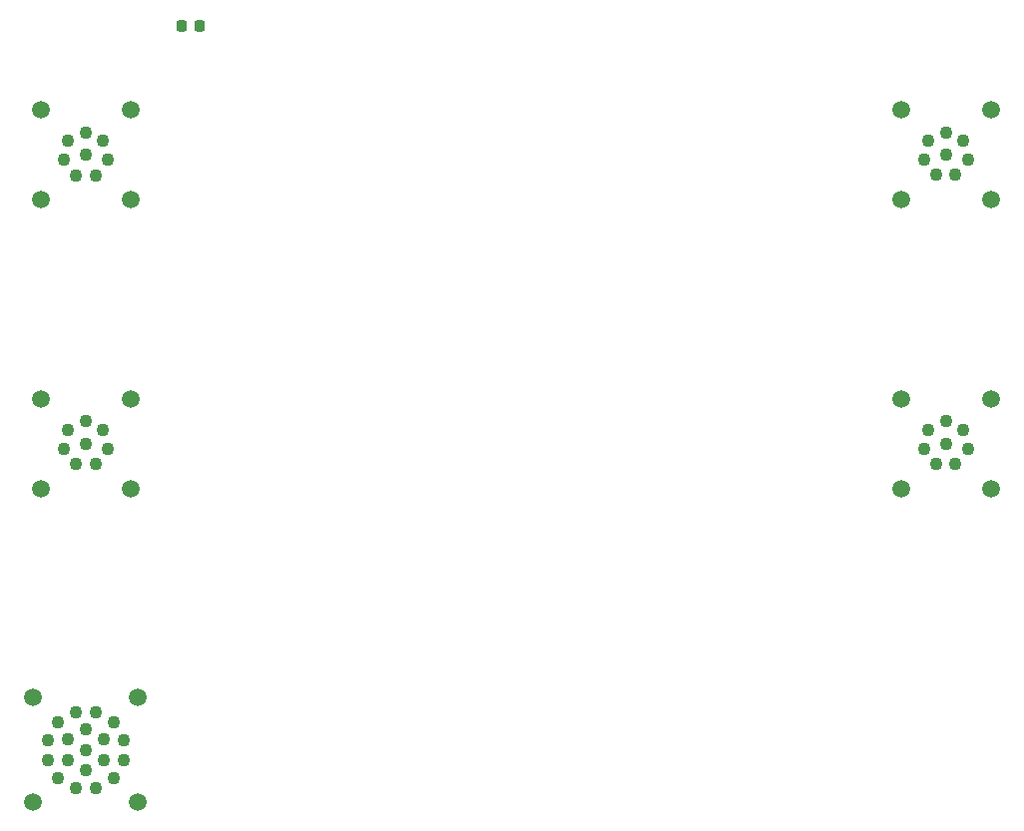
<source format=gbr>
G04 #@! TF.GenerationSoftware,KiCad,Pcbnew,(7.0.0)*
G04 #@! TF.CreationDate,2023-03-08T01:07:39+01:00*
G04 #@! TF.ProjectId,inverter_box_LV_distribution_board,696e7665-7274-4657-925f-626f785f4c56,rev?*
G04 #@! TF.SameCoordinates,Original*
G04 #@! TF.FileFunction,Paste,Top*
G04 #@! TF.FilePolarity,Positive*
%FSLAX46Y46*%
G04 Gerber Fmt 4.6, Leading zero omitted, Abs format (unit mm)*
G04 Created by KiCad (PCBNEW (7.0.0)) date 2023-03-08 01:07:39*
%MOMM*%
%LPD*%
G01*
G04 APERTURE LIST*
G04 Aperture macros list*
%AMRoundRect*
0 Rectangle with rounded corners*
0 $1 Rounding radius*
0 $2 $3 $4 $5 $6 $7 $8 $9 X,Y pos of 4 corners*
0 Add a 4 corners polygon primitive as box body*
4,1,4,$2,$3,$4,$5,$6,$7,$8,$9,$2,$3,0*
0 Add four circle primitives for the rounded corners*
1,1,$1+$1,$2,$3*
1,1,$1+$1,$4,$5*
1,1,$1+$1,$6,$7*
1,1,$1+$1,$8,$9*
0 Add four rect primitives between the rounded corners*
20,1,$1+$1,$2,$3,$4,$5,0*
20,1,$1+$1,$4,$5,$6,$7,0*
20,1,$1+$1,$6,$7,$8,$9,0*
20,1,$1+$1,$8,$9,$2,$3,0*%
G04 Aperture macros list end*
%ADD10C,1.099820*%
%ADD11C,1.498600*%
%ADD12RoundRect,0.218750X-0.218750X-0.256250X0.218750X-0.256250X0.218750X0.256250X-0.218750X0.256250X0*%
G04 APERTURE END LIST*
D10*
X79657360Y-108276740D03*
X78156220Y-109145420D03*
X77287540Y-110646560D03*
X77287540Y-112378840D03*
X78156220Y-113879980D03*
X79657360Y-114748660D03*
X81389640Y-114748660D03*
X82890780Y-113879980D03*
X83759460Y-112378840D03*
X83759460Y-110646560D03*
X82890780Y-109145420D03*
X81389640Y-108276740D03*
X80523500Y-109765180D03*
X79009660Y-110638940D03*
X79009660Y-112386460D03*
X80523500Y-113260220D03*
X82037340Y-112386460D03*
X82037340Y-110638940D03*
X80523500Y-111512700D03*
D11*
X76078500Y-115957700D03*
X84968500Y-115957700D03*
X84968500Y-107067700D03*
X76078500Y-107067700D03*
D10*
X80523500Y-83612780D03*
X79040140Y-84329060D03*
X78671840Y-85934340D03*
X79700540Y-87224660D03*
X81346460Y-87224660D03*
X82375160Y-85934340D03*
X82006860Y-84329060D03*
X80523500Y-85512700D03*
D11*
X76713500Y-89322700D03*
X84333500Y-89322700D03*
X84333500Y-81702700D03*
X76713500Y-81702700D03*
D10*
X80523500Y-59112780D03*
X79040140Y-59829060D03*
X78671840Y-61434340D03*
X79700540Y-62724660D03*
X81346460Y-62724660D03*
X82375160Y-61434340D03*
X82006860Y-59829060D03*
X80523500Y-61012700D03*
D11*
X76713500Y-64822700D03*
X84333500Y-64822700D03*
X84333500Y-57202700D03*
X76713500Y-57202700D03*
D10*
X153500000Y-59100080D03*
X152016640Y-59816360D03*
X151648340Y-61421640D03*
X152677040Y-62711960D03*
X154322960Y-62711960D03*
X155351660Y-61421640D03*
X154983360Y-59816360D03*
X153500000Y-61000000D03*
D11*
X149690000Y-64810000D03*
X157310000Y-64810000D03*
X157310000Y-57190000D03*
X149690000Y-57190000D03*
D10*
X153500000Y-83600080D03*
X152016640Y-84316360D03*
X151648340Y-85921640D03*
X152677040Y-87211960D03*
X154322960Y-87211960D03*
X155351660Y-85921640D03*
X154983360Y-84316360D03*
X153500000Y-85500000D03*
D11*
X149690000Y-89310000D03*
X157310000Y-89310000D03*
X157310000Y-81690000D03*
X149690000Y-81690000D03*
D12*
X88646000Y-50038000D03*
X90221000Y-50038000D03*
M02*

</source>
